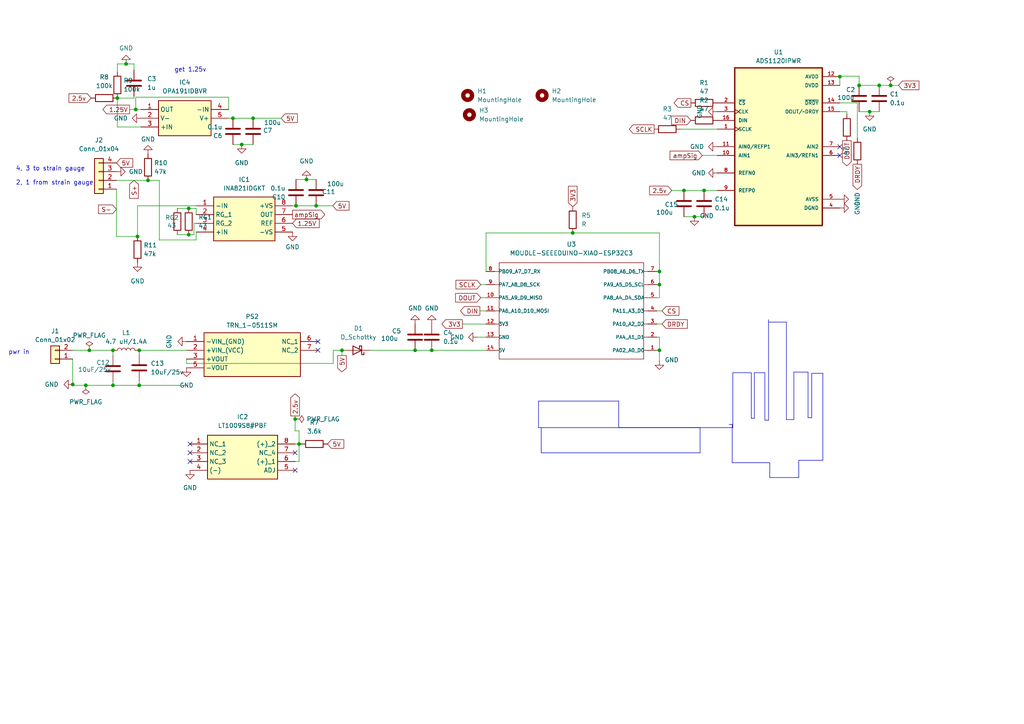
<source format=kicad_sch>
(kicad_sch (version 20230121) (generator eeschema)
  (paper "A4")
  (lib_symbols
    (symbol "Connector_Generic:Conn_01x02" (pin_names (offset 1.016) hide)
      (property "Reference" "J" (at 0 2.54 0))
      (property "Value" "Conn_01x02" (at 0 -5.08 0))
      (symbol "Conn_01x02_1_1"
        (rectangle (start -1.27 -2.413) (end 0 -2.667) (stroke (width 0.1524)))
        (rectangle (start -1.27 0.127) (end 0 -0.127) (stroke (width 0.1524)))
        (rectangle (start -1.27 1.27) (end 1.27 -3.81) (stroke (width 0.254)) (fill (type background)))
        (pin passive line (at -5.08 0 0) (length 3.81) (name "Pin_1") (number "1"))
        (pin passive line (at -5.08 -2.54 0) (length 3.81) (name "Pin_2") (number "2"))
      )
    )
    (symbol "Connector_Generic:Conn_01x04" (pin_names (offset 1.016) hide)
      (property "Reference" "J" (at 0 5.08 0))
      (property "Value" "Conn_01x04" (at 0 -7.62 0))
      (symbol "Conn_01x04_1_1"
        (rectangle (start -1.27 -4.953) (end 0 -5.207) (stroke (width 0.1524)))
        (rectangle (start -1.27 -2.413) (end 0 -2.667) (stroke (width 0.1524)))
        (rectangle (start -1.27 0.127) (end 0 -0.127) (stroke (width 0.1524)))
        (rectangle (start -1.27 2.667) (end 0 2.413) (stroke (width 0.1524)))
        (rectangle (start -1.27 3.81) (end 1.27 -6.35) (stroke (width 0.254)) (fill (type background)))
        (pin passive line (at -5.08 2.54 0) (length 3.81) (name "Pin_1") (number "1"))
        (pin passive line (at -5.08 0 0) (length 3.81) (name "Pin_2") (number "2"))
        (pin passive line (at -5.08 -2.54 0) (length 3.81) (name "Pin_3") (number "3"))
        (pin passive line (at -5.08 -5.08 0) (length 3.81) (name "Pin_4") (number "4"))
      )
    )
    (symbol "Device:C" (pin_numbers hide) (pin_names (offset 0.254))
      (property "Reference" "C" (at 0.635 2.54 0))
      (property "Value" "C" (at 0.635 -2.54 0))
      (symbol "C_0_1"
        (polyline (pts (xy -2.032 -0.762) (xy 2.032 -0.762)) (stroke (width 0.508)))
        (polyline (pts (xy -2.032 0.762) (xy 2.032 0.762)) (stroke (width 0.508)))
      )
      (symbol "C_1_1"
        (pin passive line (at 0 3.81 270) (length 2.794) (name "~") (number "1"))
        (pin passive line (at 0 -3.81 90) (length 2.794) (name "~") (number "2"))
      )
    )
    (symbol "Device:D_Schottky" (pin_numbers hide) (pin_names (offset 1.016) hide)
      (property "Reference" "D" (at 0 2.54 0))
      (property "Value" "D_Schottky" (at 0 -2.54 0))
      (symbol "D_Schottky_0_1"
        (polyline (pts (xy 1.27 0) (xy -1.27 0)))
        (polyline (pts (xy 1.27 1.27) (xy 1.27 -1.27) (xy -1.27 0) (xy 1.27 1.27)) (stroke (width 0.254)))
        (polyline (pts (xy -1.905 0.635) (xy -1.905 1.27) (xy -1.27 1.27) (xy -1.27 -1.27) (xy -0.635 -1.27) (xy -0.635 -0.635)) (stroke (width 0.254)))
      )
      (symbol "D_Schottky_1_1"
        (pin passive line (at -3.81 0 0) (length 2.54) (name "K") (number "1"))
        (pin passive line (at 3.81 0 180) (length 2.54) (name "A") (number "2"))
      )
    )
    (symbol "Device:L" (pin_numbers hide) (pin_names (offset 1.016) hide)
      (property "Reference" "L" (at -1.27 0 90))
      (property "Value" "L" (at 1.905 0 90))
      (symbol "L_0_1"
        (arc (start 0 -2.54) (mid 0.6323 -1.905) (end 0 -1.27))
        (arc (start 0 -1.27) (mid 0.6323 -0.635) (end 0 0))
        (arc (start 0 0) (mid 0.6323 0.635) (end 0 1.27))
        (arc (start 0 1.27) (mid 0.6323 1.905) (end 0 2.54))
      )
      (symbol "L_1_1"
        (pin passive line (at 0 3.81 270) (length 1.27) (name "1") (number "1"))
        (pin passive line (at 0 -3.81 90) (length 1.27) (name "2") (number "2"))
      )
    )
    (symbol "Device:R" (pin_numbers hide) (pin_names (offset 0))
      (property "Reference" "R" (at 2.032 0 90))
      (property "Value" "R" (at 0 0 90))
      (symbol "R_0_1"
        (rectangle (start -1.016 -2.54) (end 1.016 2.54) (stroke (width 0.254)))
      )
      (symbol "R_1_1"
        (pin passive line (at 0 3.81 270) (length 1.27) (name "~") (number "1"))
        (pin passive line (at 0 -3.81 90) (length 1.27) (name "~") (number "2"))
      )
    )
    (symbol "Mechanical:MountingHole" (pin_names (offset 1.016))
      (property "Reference" "H" (at 0 5.08 0))
      (property "Value" "MountingHole" (at 0 3.175 0))
      (symbol "MountingHole_0_1"
        (circle (center 0 0) (radius 1.27) (stroke (width 1.27)))
      )
    )
    (symbol "power:GND" (power) (pin_names (offset 0))
      (property "Value" "GND" (at 0 -3.81 0))
      (symbol "GND_0_1"
        (polyline (pts (xy 0 0) (xy 0 -1.27) (xy 1.27 -1.27) (xy 0 -2.54) (xy -1.27 -1.27) (xy 0 -1.27)))
      )
      (symbol "GND_1_1"
        (pin power_in line (at 0 0 270) (length 0) hide (name "GND") (number "1"))
      )
    )
    (symbol "power:PWR_FLAG" (power) (pin_numbers hide) (pin_names (offset 0) hide)
      (property "Value" "PWR_FLAG" (at 0 3.81 0))
      (symbol "PWR_FLAG_0_0"
        (pin power_out line (at 0 0 90) (length 0) (name "pwr") (number "1"))
      )
      (symbol "PWR_FLAG_0_1"
        (polyline (pts (xy 0 0) (xy 0 1.27) (xy -1.016 1.905) (xy 0 2.54) (xy 1.016 1.905) (xy 0 1.27)))
      )
    )
    (symbol "wireless_strain_gauge_v2:ADS1120IPWR" (pin_names (offset 1.016))
      (property "Reference" "U" (at -12.7 23.86 0))
      (property "Value" "ADS1120IPWR" (at -12.7 -26.86 0))
      (symbol "ADS1120IPWR_0_0"
        (rectangle (start -12.7 -22.86) (end 12.7 22.86) (stroke (width 0.41)) (fill (type background)))
        (pin input clock (at -17.78 5.08 0) (length 5.08) (name "SCLK") (number "1"))
        (pin bidirectional line (at -17.78 -2.54 0) (length 5.08) (name "AIN1") (number "10"))
        (pin bidirectional line (at -17.78 0 0) (length 5.08) (name "AIN0/REFP1") (number "11"))
        (pin power_in line (at 17.78 20.32 180) (length 5.08) (name "AVDD") (number "12"))
        (pin power_in line (at 17.78 17.78 180) (length 5.08) (name "DVDD") (number "13"))
        (pin output line (at 17.78 12.7 180) (length 5.08) (name "~{DRDY}") (number "14"))
        (pin output line (at 17.78 10.16 180) (length 5.08) (name "DOUT/~DRDY") (number "15"))
        (pin input line (at -17.78 7.62 0) (length 5.08) (name "DIN") (number "16"))
        (pin input line (at -17.78 12.7 0) (length 5.08) (name "~{CS}") (number "2"))
        (pin input clock (at -17.78 10.16 0) (length 5.08) (name "CLK") (number "3"))
        (pin power_in line (at 17.78 -17.78 180) (length 5.08) (name "DGND") (number "4"))
        (pin power_in line (at 17.78 -15.24 180) (length 5.08) (name "AVSS") (number "5"))
        (pin bidirectional line (at 17.78 -2.54 180) (length 5.08) (name "AIN3/REFN1") (number "6"))
        (pin bidirectional line (at 17.78 0 180) (length 5.08) (name "AIN2") (number "7"))
        (pin bidirectional line (at -17.78 -7.62 0) (length 5.08) (name "REFN0") (number "8"))
        (pin bidirectional line (at -17.78 -12.7 0) (length 5.08) (name "REFP0") (number "9"))
      )
    )
    (symbol "wireless_strain_gauge_v2:INA821IDGKT"
      (property "Reference" "IC" (at 24.13 7.62 0))
      (property "Value" "INA821IDGKT" (at 24.13 5.08 0))
      (symbol "INA821IDGKT_1_1"
        (rectangle (start 5.08 2.54) (end 22.86 -10.16) (stroke (width 0.254)) (fill (type background)))
        (pin passive line (at 0 0 0) (length 5.08) (name "-IN") (number "1"))
        (pin passive line (at 0 -2.54 0) (length 5.08) (name "RG_1") (number "2"))
        (pin passive line (at 0 -5.08 0) (length 5.08) (name "RG_2") (number "3"))
        (pin passive line (at 0 -7.62 0) (length 5.08) (name "+IN") (number "4"))
        (pin passive line (at 27.94 -7.62 180) (length 5.08) (name "-VS") (number "5"))
        (pin passive line (at 27.94 -5.08 180) (length 5.08) (name "REF") (number "6"))
        (pin passive line (at 27.94 -2.54 180) (length 5.08) (name "OUT") (number "7"))
        (pin passive line (at 27.94 0 180) (length 5.08) (name "+VS") (number "8"))
      )
    )
    (symbol "wireless_strain_gauge_v2:LT1009S8#PBF"
      (property "Reference" "IC" (at 26.67 7.62 0))
      (property "Value" "LT1009S8#PBF" (at 26.67 5.08 0))
      (symbol "LT1009S8#PBF_1_1"
        (rectangle (start 5.08 2.54) (end 25.4 -10.16) (stroke (width 0.254)) (fill (type background)))
        (pin passive line (at 0 0 0) (length 5.08) (name "NC_1") (number "1"))
        (pin passive line (at 0 -2.54 0) (length 5.08) (name "NC_2") (number "2"))
        (pin passive line (at 0 -5.08 0) (length 5.08) (name "NC_3") (number "3"))
        (pin passive line (at 0 -7.62 0) (length 5.08) (name "(-)") (number "4"))
        (pin passive line (at 30.48 -7.62 180) (length 5.08) (name "ADJ") (number "5"))
        (pin passive line (at 30.48 -5.08 180) (length 5.08) (name "(+)_1") (number "6"))
        (pin passive line (at 30.48 -2.54 180) (length 5.08) (name "NC_4") (number "7"))
        (pin passive line (at 30.48 0 180) (length 5.08) (name "(+)_2") (number "8"))
      )
    )
    (symbol "wireless_strain_gauge_v2:MOUDLE-SEEEDUINO-XIAO-ESP32C3" (pin_names (offset 1.016))
      (property "Reference" "U" (at -21.59 15.24 0))
      (property "Value" "MOUDLE-SEEEDUINO-XIAO-ESP32C3" (at -21.59 13.97 0))
      (symbol "MOUDLE-SEEEDUINO-XIAO-ESP32C3_0_0"
        (polyline (pts (xy -21.59 -13.97) (xy -21.59 0)) (stroke (width 0.1524)))
        (polyline (pts (xy -21.59 -11.43) (xy -22.86 -11.43)) (stroke (width 0.1524)))
        (polyline (pts (xy -21.59 -7.62) (xy -22.86 -7.62)) (stroke (width 0.1524)))
        (polyline (pts (xy -21.59 -3.81) (xy -22.86 -3.81)) (stroke (width 0.1524)))
        (polyline (pts (xy -21.59 0) (xy -22.86 0)) (stroke (width 0.1524)))
        (polyline (pts (xy -21.59 0) (xy -21.59 3.81)) (stroke (width 0.1524)))
        (polyline (pts (xy -21.59 3.81) (xy -22.86 3.81)) (stroke (width 0.1524)))
        (polyline (pts (xy -21.59 3.81) (xy -21.59 7.62)) (stroke (width 0.1524)))
        (polyline (pts (xy -21.59 7.62) (xy -22.86 7.62)) (stroke (width 0.1524)))
        (polyline (pts (xy -21.59 7.62) (xy -21.59 11.43)) (stroke (width 0.1524)))
        (polyline (pts (xy -21.59 11.43) (xy -22.86 11.43)) (stroke (width 0.1524)))
        (polyline (pts (xy -21.59 11.43) (xy -21.59 13.97)) (stroke (width 0.1524)))
        (polyline (pts (xy -21.59 13.97) (xy 20.32 13.97)) (stroke (width 0.1524)))
        (polyline (pts (xy 20.32 -13.97) (xy -21.59 -13.97)) (stroke (width 0.1524)))
        (polyline (pts (xy 20.32 3.81) (xy 20.32 -13.97)) (stroke (width 0.1524)))
        (polyline (pts (xy 20.32 7.62) (xy 20.32 3.81)) (stroke (width 0.1524)))
        (polyline (pts (xy 20.32 11.43) (xy 20.32 7.62)) (stroke (width 0.1524)))
        (polyline (pts (xy 20.32 13.97) (xy 20.32 11.43)) (stroke (width 0.1524)))
        (polyline (pts (xy 21.59 -11.43) (xy 20.32 -11.43)) (stroke (width 0.1524)))
        (polyline (pts (xy 21.59 -7.62) (xy 20.32 -7.62)) (stroke (width 0.1524)))
        (polyline (pts (xy 21.59 -3.81) (xy 20.32 -3.81)) (stroke (width 0.1524)))
        (polyline (pts (xy 21.59 0) (xy 20.32 0)) (stroke (width 0.1524)))
        (polyline (pts (xy 21.59 3.81) (xy 20.32 3.81)) (stroke (width 0.1524)))
        (polyline (pts (xy 21.59 7.62) (xy 20.32 7.62)) (stroke (width 0.1524)))
        (polyline (pts (xy 21.59 11.43) (xy 20.32 11.43)) (stroke (width 0.1524)))
        (pin bidirectional line (at -25.4 11.43 0) (length 2.54) (name "PA02_A0_D0") (number "1"))
        (pin bidirectional line (at 24.13 -3.81 180) (length 2.54) (name "PA5_A9_D9_MISO") (number "10"))
        (pin bidirectional line (at 24.13 0 180) (length 2.54) (name "PA6_A10_D10_MOSI") (number "11"))
        (pin bidirectional line (at 24.13 3.81 180) (length 2.54) (name "3V3") (number "12"))
        (pin bidirectional line (at 24.13 7.62 180) (length 2.54) (name "GND") (number "13"))
        (pin bidirectional line (at 24.13 11.43 180) (length 2.54) (name "5V") (number "14"))
        (pin bidirectional line (at -25.4 7.62 0) (length 2.54) (name "PA4_A1_D1") (number "2"))
        (pin bidirectional line (at -25.4 3.81 0) (length 2.54) (name "PA10_A2_D2") (number "3"))
        (pin bidirectional line (at -25.4 0 0) (length 2.54) (name "PA11_A3_D3") (number "4"))
        (pin bidirectional line (at -25.4 -3.81 0) (length 2.54) (name "PA8_A4_D4_SDA") (number "5"))
        (pin bidirectional line (at -25.4 -7.62 0) (length 2.54) (name "PA9_A5_D5_SCL") (number "6"))
        (pin bidirectional line (at -25.4 -11.43 0) (length 2.54) (name "PB08_A6_D6_TX") (number "7"))
        (pin bidirectional line (at 24.13 -11.43 180) (length 2.54) (name "PB09_A7_D7_RX") (number "8"))
        (pin bidirectional line (at 24.13 -7.62 180) (length 2.54) (name "PA7_A8_D8_SCK") (number "9"))
      )
    )
    (symbol "wireless_strain_gauge_v2:OPA191IDBVR"
      (property "Reference" "IC" (at 21.59 7.62 0))
      (property "Value" "OPA191IDBVR" (at 21.59 5.08 0))
      (symbol "OPA191IDBVR_1_1"
        (rectangle (start 5.08 2.54) (end 20.32 -7.62) (stroke (width 0.254)) (fill (type background)))
        (pin passive line (at 0 0 0) (length 5.08) (name "OUT") (number "1"))
        (pin passive line (at 0 -2.54 0) (length 5.08) (name "V-") (number "2"))
        (pin passive line (at 0 -5.08 0) (length 5.08) (name "+IN") (number "3"))
        (pin passive line (at 25.4 0 180) (length 5.08) (name "-IN") (number "4"))
        (pin passive line (at 25.4 -2.54 180) (length 5.08) (name "V+") (number "5"))
      )
    )
    (symbol "wireless_strain_gauge_v2:TRN_1-0511SM"
      (property "Reference" "PS" (at 34.29 7.62 0))
      (property "Value" "TRN_1-0511SM" (at 34.29 5.08 0))
      (symbol "TRN_1-0511SM_1_1"
        (rectangle (start 5.08 2.54) (end 33.02 -10.16) (stroke (width 0.254)) (fill (type background)))
        (pin passive line (at 38.1 0 180) (length 5.08) (name "-VIN_(GND)") (number "1"))
        (pin passive line (at 38.1 -2.54 180) (length 5.08) (name "+VIN_(VCC)") (number "2"))
        (pin passive line (at 38.1 -5.08 180) (length 5.08) (name "+VOUT") (number "3"))
        (pin passive line (at 38.1 -7.62 180) (length 5.08) (name "-VOUT") (number "5"))
        (pin passive line (at 0 0 0) (length 5.08) (name "NC_1") (number "6"))
        (pin passive line (at 0 -2.54 0) (length 5.08) (name "NC_2") (number "7"))
      )
    )
  )
  (junction (at 85.852 59.69))
  (junction (at 125.222 101.6))
  (junction (at 243.586 22.225))
  (junction (at 70.104 41.91))
  (junction (at 32.766 101.6))
  (junction (at 258.318 24.765))
  (junction (at 166.116 67.564))
  (junction (at 54.737 60.452))
  (junction (at 34.036 28.448))
  (junction (at 21.082 111.506))
  (junction (at 88.9 52.07))
  (junction (at 204.216 55.245))
  (junction (at 54.737 68.072))
  (junction (at 99.187 101.6))
  (junction (at 42.926 52.324))
  (junction (at 39.878 68.58))
  (junction (at 191.262 82.55))
  (junction (at 40.386 111.76))
  (junction (at 255.016 24.765))
  (junction (at 85.598 121.539))
  (junction (at 40.386 101.6))
  (junction (at 91.694 59.69))
  (junction (at 39.37 31.75))
  (junction (at 67.564 34.29))
  (junction (at 198.374 55.245))
  (junction (at 36.576 18.542))
  (junction (at 191.262 101.6))
  (junction (at 24.892 111.76))
  (junction (at 120.396 101.6))
  (junction (at 32.766 111.76))
  (junction (at 249.174 24.765))
  (junction (at 201.422 62.865))
  (junction (at 25.908 101.6))
  (junction (at 73.406 34.29))
  (junction (at 191.262 78.74))
  (junction (at 86.741 128.778))
  (junction (at 252.222 32.385))
  (no_connect (at 55.118 128.778))
  (no_connect (at 92.202 101.6))
  (no_connect (at 243.586 45.085))
  (no_connect (at 55.118 133.858))
  (no_connect (at 85.598 131.318))
  (no_connect (at 92.202 99.06))
  (no_connect (at 85.598 136.398))
  (no_connect (at 55.118 131.318))
  (no_connect (at 243.586 42.545))
  (wire (pts (xy 56.896 64.77) (xy 56.261 64.77)))
  (wire (pts (xy 190.5 90.17) (xy 192.024 90.17)))
  (wire (pts (xy 99.187 101.6) (xy 99.822 101.6)))
  (polyline (pts (xy 223.266 138.5062) (xy 223.266 134.2136)))
  (polyline (pts (xy 230.251 107.9246) (xy 234.3658 107.9246)))
  (wire (pts (xy 67.564 41.91) (xy 70.104 41.91)))
  (wire (pts (xy 51.435 68.072) (xy 54.737 68.072)))
  (wire (pts (xy 56.896 60.452) (xy 56.896 62.23)))
  (wire (pts (xy 201.422 62.865) (xy 198.374 62.865)))
  (polyline (pts (xy 231.6734 133.5024) (xy 231.6734 138.5062)))
  (wire (pts (xy 190.5 101.6) (xy 191.262 101.6)))
  (wire (pts (xy 249.174 24.765) (xy 255.016 24.765)))
  (wire (pts (xy 56.261 64.77) (xy 56.261 68.072)))
  (polyline (pts (xy 228.092 93.4212) (xy 228.092 121.6914)))
  (wire (pts (xy 38.862 27.94) (xy 38.862 28.448)))
  (wire (pts (xy 138.43 97.79) (xy 140.97 97.79)))
  (polyline (pts (xy 218.7956 108.1024) (xy 221.8436 108.1024)))
  (wire (pts (xy 24.892 111.76) (xy 32.766 111.76)))
  (wire (pts (xy 197.358 37.465) (xy 208.026 37.465)))
  (wire (pts (xy 249.174 32.385) (xy 252.222 32.385)))
  (wire (pts (xy 46.228 69.596) (xy 56.896 69.596)))
  (wire (pts (xy 34.036 36.83) (xy 40.894 36.83)))
  (wire (pts (xy 33.782 52.324) (xy 42.926 52.324)))
  (wire (pts (xy 40.386 111.76) (xy 54.102 111.76)))
  (wire (pts (xy 88.9 52.07) (xy 91.694 52.07)))
  (wire (pts (xy 73.406 34.29) (xy 81.534 34.29)))
  (wire (pts (xy 191.262 67.564) (xy 166.116 67.564)))
  (wire (pts (xy 86.741 128.778) (xy 87.376 128.778)))
  (wire (pts (xy 70.104 41.91) (xy 73.406 41.91)))
  (wire (pts (xy 245.618 33.147) (xy 245.618 32.385)))
  (wire (pts (xy 139.446 82.55) (xy 140.97 82.55)))
  (wire (pts (xy 255.016 24.765) (xy 258.318 24.765)))
  (wire (pts (xy 39.37 31.75) (xy 40.894 31.75)))
  (wire (pts (xy 190.5 82.55) (xy 191.262 82.55)))
  (wire (pts (xy 96.647 105.41) (xy 54.102 105.41)))
  (wire (pts (xy 66.294 34.29) (xy 67.564 34.29)))
  (wire (pts (xy 32.766 111.76) (xy 40.386 111.76)))
  (wire (pts (xy 34.036 28.448) (xy 38.862 28.448)))
  (wire (pts (xy 249.174 22.098) (xy 249.174 24.765)))
  (wire (pts (xy 86.741 128.778) (xy 86.741 133.858)))
  (wire (pts (xy 120.396 101.6) (xy 125.222 101.6)))
  (wire (pts (xy 34.036 18.542) (xy 36.576 18.542)))
  (wire (pts (xy 39.878 68.58) (xy 39.878 59.69)))
  (polyline (pts (xy 222.9104 93.4212) (xy 228.092 93.4212)))
  (polyline (pts (xy 212.5472 108.1024) (xy 212.5472 124.0282)))
  (wire (pts (xy 40.386 110.49) (xy 40.386 111.76)))
  (wire (pts (xy 40.386 102.87) (xy 40.386 101.6)))
  (wire (pts (xy 54.102 105.41) (xy 54.102 104.14)))
  (wire (pts (xy 190.5 86.36) (xy 191.262 86.36)))
  (wire (pts (xy 67.564 34.29) (xy 73.406 34.29)))
  (wire (pts (xy 84.836 59.69) (xy 85.852 59.69)))
  (polyline (pts (xy 238.6584 108.2802) (xy 238.6584 133.5024)))
  (wire (pts (xy 140.97 78.74) (xy 140.97 67.564)))
  (polyline (pts (xy 234.3658 107.9246) (xy 234.3658 121.158)))
  (wire (pts (xy 99.187 101.6) (xy 96.647 101.6)))
  (wire (pts (xy 245.618 32.385) (xy 243.586 32.385)))
  (wire (pts (xy 140.97 67.564) (xy 166.116 67.564)))
  (wire (pts (xy 34.036 20.828) (xy 34.036 18.542)))
  (wire (pts (xy 91.694 59.69) (xy 96.52 59.69)))
  (wire (pts (xy 139.446 86.36) (xy 140.97 86.36)))
  (polyline (pts (xy 156.972 124.079) (xy 156.972 131.3434)))
  (wire (pts (xy 203.708 45.085) (xy 208.026 45.085)))
  (wire (pts (xy 190.5 97.79) (xy 191.262 97.79)))
  (wire (pts (xy 51.435 60.452) (xy 54.737 60.452)))
  (wire (pts (xy 32.766 101.6) (xy 32.766 103.124)))
  (wire (pts (xy 86.741 124.968) (xy 85.598 124.968)))
  (polyline (pts (xy 217.9066 121.3358) (xy 218.7956 121.3358)))
  (wire (pts (xy 204.216 55.245) (xy 208.026 55.245)))
  (wire (pts (xy 25.908 101.6) (xy 32.766 101.6)))
  (wire (pts (xy 21.082 111.76) (xy 21.082 111.506)))
  (wire (pts (xy 56.896 69.596) (xy 56.896 67.31)))
  (polyline (pts (xy 230.251 121.6914) (xy 230.251 107.9246)))
  (wire (pts (xy 191.262 78.74) (xy 191.262 67.564)))
  (wire (pts (xy 191.262 97.79) (xy 191.262 101.6)))
  (wire (pts (xy 139.192 90.17) (xy 140.97 90.17)))
  (wire (pts (xy 86.741 133.858) (xy 85.598 133.858)))
  (wire (pts (xy 85.852 59.69) (xy 91.694 59.69)))
  (wire (pts (xy 134.112 93.98) (xy 140.97 93.98)))
  (polyline (pts (xy 156.1846 124.0282) (xy 212.5472 124.0282)))
  (polyline (pts (xy 238.6584 133.5024) (xy 231.6734 133.5024)))
  (polyline (pts (xy 234.3658 121.158) (xy 235.4326 121.158)))
  (wire (pts (xy 248.666 29.845) (xy 248.666 40.005)))
  (polyline (pts (xy 231.6734 138.5062) (xy 223.266 138.5062)))
  (wire (pts (xy 252.222 32.385) (xy 255.016 32.385)))
  (wire (pts (xy 243.586 22.098) (xy 243.586 22.225)))
  (polyline (pts (xy 179.451 124.0282) (xy 179.451 116.332)))
  (polyline (pts (xy 156.972 131.3434) (xy 203.0476 131.3434)))
  (wire (pts (xy 85.598 128.778) (xy 86.741 128.778)))
  (wire (pts (xy 34.036 28.448) (xy 34.036 36.83)))
  (polyline (pts (xy 179.451 116.332) (xy 156.1846 116.332)))
  (wire (pts (xy 54.737 60.452) (xy 56.896 60.452)))
  (wire (pts (xy 37.592 31.75) (xy 39.37 31.75)))
  (wire (pts (xy 248.666 29.845) (xy 243.586 29.845)))
  (wire (pts (xy 190.5 78.74) (xy 191.262 78.74)))
  (wire (pts (xy 38.862 18.542) (xy 36.576 18.542)))
  (wire (pts (xy 38.862 20.32) (xy 38.862 18.542)))
  (wire (pts (xy 190.5 93.98) (xy 192.024 93.98)))
  (polyline (pts (xy 221.8436 121.8692) (xy 222.9104 121.8692)))
  (wire (pts (xy 258.318 24.765) (xy 260.604 24.765)))
  (wire (pts (xy 191.262 101.6) (xy 191.262 104.648)))
  (wire (pts (xy 198.374 55.245) (xy 204.216 55.245)))
  (wire (pts (xy 191.262 78.74) (xy 191.262 82.55)))
  (wire (pts (xy 32.766 110.744) (xy 32.766 111.76)))
  (wire (pts (xy 204.216 62.865) (xy 201.422 62.865)))
  (polyline (pts (xy 222.9104 92.71) (xy 222.9104 121.8692)))
  (wire (pts (xy 125.222 101.6) (xy 140.97 101.6)))
  (wire (pts (xy 85.598 124.968) (xy 85.598 121.539)))
  (wire (pts (xy 42.926 52.324) (xy 46.228 52.324)))
  (polyline (pts (xy 203.0476 124.0282) (xy 179.451 124.0282)))
  (wire (pts (xy 86.741 128.778) (xy 86.741 124.968)))
  (polyline (pts (xy 228.092 121.6914) (xy 230.251 121.6914)))
  (wire (pts (xy 33.782 54.864) (xy 33.782 68.58)))
  (polyline (pts (xy 221.8436 108.1024) (xy 221.8436 121.8692)))
  (polyline (pts (xy 156.1846 116.332) (xy 156.1846 124.0282)))
  (wire (pts (xy 107.442 101.6) (xy 120.396 101.6)))
  (polyline (pts (xy 223.266 134.2136) (xy 212.3694 134.2136)))
  (polyline (pts (xy 217.9066 108.1024) (xy 217.9066 121.3358)))
  (wire (pts (xy 243.586 22.225) (xy 243.586 24.765)))
  (wire (pts (xy 46.228 52.324) (xy 46.228 69.596)))
  (wire (pts (xy 21.082 101.6) (xy 25.908 101.6)))
  (wire (pts (xy 99.187 103.124) (xy 99.187 101.6)))
  (wire (pts (xy 21.082 111.506) (xy 21.082 104.14)))
  (polyline (pts (xy 203.0476 131.3434) (xy 203.0476 124.0282)))
  (polyline (pts (xy 235.4326 121.158) (xy 235.4326 108.2802)))
  (wire (pts (xy 39.37 28.194) (xy 66.294 28.194)))
  (wire (pts (xy 194.818 55.245) (xy 198.374 55.245)))
  (wire (pts (xy 66.294 28.194) (xy 66.294 31.75)))
  (polyline (pts (xy 218.7956 121.3358) (xy 218.7956 108.1024)))
  (wire (pts (xy 39.878 59.69) (xy 56.896 59.69)))
  (polyline (pts (xy 212.3694 134.2136) (xy 212.3694 123.1138)))
  (polyline (pts (xy 211.455 123.1138) (xy 212.3694 123.1138)))
  (wire (pts (xy 33.782 68.58) (xy 39.878 68.58)))
  (polyline (pts (xy 212.5472 108.1024) (xy 217.9066 108.1024)))
  (wire (pts (xy 191.262 82.55) (xy 191.262 86.36)))
  (wire (pts (xy 40.386 101.6) (xy 54.102 101.6)))
  (wire (pts (xy 85.852 52.07) (xy 88.9 52.07)))
  (polyline (pts (xy 235.4326 108.2802) (xy 238.6584 108.2802)))
  (wire (pts (xy 243.586 22.098) (xy 249.174 22.098)))
  (wire (pts (xy 39.37 31.75) (xy 39.37 28.194)))
  (wire (pts (xy 85.598 121.539) (xy 85.598 120.65)))
  (wire (pts (xy 21.082 111.76) (xy 24.892 111.76)))
  (wire (pts (xy 56.261 68.072) (xy 54.737 68.072)))
  (wire (pts (xy 96.647 101.6) (xy 96.647 105.41)))
  (text "get 1.25v" (at 50.546 21.082 0) (effects (font (size 1.27 1.27)) (justify left bottom)))
  (text "pwr in" (at 2.413 102.997 0) (effects (font (size 1.27 1.27)) (justify left bottom)))
  (text "4, 3 to strain gauge\n\n2, 1 from strain gauge" (at 4.572 53.848 0) (effects (font (size 1.27 1.27)) (justify left bottom)))
  (global_label "1.25V" (shape input) (at 84.836 64.77 0) (property "Intersheetrefs" "${INTERSHEET_REFS}" (at 93.1431 64.77 0) (effects (justify left))))
  (global_label "2.5v" (shape input) (at 194.818 55.245 180) (property "Intersheetrefs" "${INTERSHEET_REFS}" (at 187.8414 55.245 0) (effects (justify right))))
  (global_label "5V" (shape output) (at 99.187 103.124 270) (property "Intersheetrefs" "${INTERSHEET_REFS}" (at 99.187 108.4073 90) (effects (justify right))))
  (global_label "ampSig" (shape input) (at 203.708 45.085 180) (property "Intersheetrefs" "${INTERSHEET_REFS}" (at 193.7682 45.085 0) (effects (justify right))))
  (global_label "SCLK" (shape input) (at 139.446 82.55 180) (property "Intersheetrefs" "${INTERSHEET_REFS}" (at 131.6832 82.55 0) (effects (justify right))))
  (global_label "CS" (shape output) (at 200.406 29.845 180) (property "Intersheetrefs" "${INTERSHEET_REFS}" (at 194.9413 29.845 0) (effects (justify right))))
  (global_label "CS" (shape input) (at 192.024 90.17 0) (property "Intersheetrefs" "${INTERSHEET_REFS}" (at 197.4887 90.17 0) (effects (justify left))))
  (global_label "DIN" (shape input) (at 200.406 34.925 180) (property "Intersheetrefs" "${INTERSHEET_REFS}" (at 194.2155 34.925 0) (effects (justify right))))
  (global_label "S+" (shape input) (at 38.862 52.324 270) (property "Intersheetrefs" "${INTERSHEET_REFS}" (at 38.862 58.0911 90) (effects (justify right))))
  (global_label "5V" (shape input) (at 81.534 34.29 0) (property "Intersheetrefs" "${INTERSHEET_REFS}" (at 86.8173 34.29 0) (effects (justify left))))
  (global_label "DOUT" (shape input) (at 139.446 86.36 180) (property "Intersheetrefs" "${INTERSHEET_REFS}" (at 131.5622 86.36 0) (effects (justify right))))
  (global_label "5V" (shape input) (at 33.782 47.244 0) (property "Intersheetrefs" "${INTERSHEET_REFS}" (at 39.0653 47.244 0) (effects (justify left))))
  (global_label "1.25V" (shape output) (at 37.592 31.75 180) (property "Intersheetrefs" "${INTERSHEET_REFS}" (at 29.2849 31.75 0) (effects (justify right))))
  (global_label "DRDY" (shape output) (at 248.666 47.625 270) (property "Intersheetrefs" "${INTERSHEET_REFS}" (at 248.666 55.5088 90) (effects (justify right))))
  (global_label "3V3" (shape input) (at 166.116 59.944 90) (property "Intersheetrefs" "${INTERSHEET_REFS}" (at 166.116 53.4512 90) (effects (justify left))))
  (global_label "DIN" (shape output) (at 139.192 90.17 180) (property "Intersheetrefs" "${INTERSHEET_REFS}" (at 133.0015 90.17 0) (effects (justify right))))
  (global_label "5V" (shape input) (at 94.996 128.778 0) (property "Intersheetrefs" "${INTERSHEET_REFS}" (at 100.2793 128.778 0) (effects (justify left))))
  (global_label "3V3" (shape input) (at 260.604 24.765 0) (property "Intersheetrefs" "${INTERSHEET_REFS}" (at 267.0968 24.765 0) (effects (justify left))))
  (global_label "ampSig" (shape output) (at 84.836 62.23 0) (property "Intersheetrefs" "${INTERSHEET_REFS}" (at 94.7758 62.23 0) (effects (justify left))))
  (global_label "DRDY" (shape input) (at 192.024 93.98 0) (property "Intersheetrefs" "${INTERSHEET_REFS}" (at 199.9078 93.98 0) (effects (justify left))))
  (global_label "2.5v" (shape input) (at 26.416 28.448 180) (property "Intersheetrefs" "${INTERSHEET_REFS}" (at 19.4394 28.448 0) (effects (justify right))))
  (global_label "SCLK" (shape output) (at 189.738 37.465 180) (property "Intersheetrefs" "${INTERSHEET_REFS}" (at 181.9752 37.465 0) (effects (justify right))))
  (global_label "2.5v" (shape output) (at 85.598 120.65 90) (property "Intersheetrefs" "${INTERSHEET_REFS}" (at 85.598 113.6734 90) (effects (justify left))))
  (global_label "S-" (shape input) (at 33.782 60.706 180) (property "Intersheetrefs" "${INTERSHEET_REFS}" (at 28.0149 60.706 0) (effects (justify right))))
  (global_label "5V" (shape input) (at 96.52 59.69 0) (property "Intersheetrefs" "${INTERSHEET_REFS}" (at 101.8033 59.69 0) (effects (justify left))))
  (global_label "DOUT" (shape output) (at 245.618 40.767 270) (property "Intersheetrefs" "${INTERSHEET_REFS}" (at 245.618 48.6508 90) (effects (justify right))))
  (global_label "3V3" (shape output) (at 134.112 93.98 180) (property "Intersheetrefs" "${INTERSHEET_REFS}" (at 127.6192 93.98 0) (effects (justify right))))
  (symbol (lib_id "power:GND") (at 252.222 32.385 0) (unit 1)
    (property "Reference" "#PWR06" (effects hide))
    (property "Value" "GND" (at 252.222 37.465 0))
  )
  (symbol (lib_id "power:GND") (at 138.43 97.79 270) (unit 1)
    (property "Reference" "#PWR0102" (effects hide))
    (property "Value" "GND" (at 134.62 97.79 90) (effects (justify right)))
  )
  (symbol (lib_id "power:PWR_FLAG") (at 85.598 121.539 270) (unit 1)
    (property "Reference" "#FLG03" (effects hide))
    (property "Value" "PWR_FLAG" (at 88.9 121.539 90) (effects (justify left)))
  )
  (symbol (lib_id "power:PWR_FLAG") (at 25.908 101.6 0) (unit 1)
    (property "Reference" "#FLG01" (effects hide))
    (property "Value" "PWR_FLAG" (at 25.908 97.282 0))
  )
  (symbol (lib_id "Device:C") (at 249.174 28.575 0) (unit 1)
    (property "Reference" "C2" (at 245.364 26.035 0) (effects (justify left)))
    (property "Value" "100u" (at 242.824 28.321 0) (effects (justify left)))
    (property "Footprint" "Capacitor_SMD:C_1206_3216Metric" (effects hide))
  )
  (symbol (lib_id "Device:L") (at 36.576 101.6 90) (unit 1)
    (property "Reference" "L1" (at 36.576 96.52 90))
    (property "Value" "4.7 uH/1.4A" (at 36.576 99.06 90))
    (property "Footprint" "Inductor_SMD:L_1008_2520Metric" (effects hide))
    (property "part number" "CIGW252010EH4R7MNE" (effects hide))
  )
  (symbol (lib_id "Device:C") (at 73.406 38.1 180) (unit 1)
    (property "Reference" "C7" (at 78.994 37.846 0) (effects (justify left)))
    (property "Value" "100u" (at 81.534 35.56 0) (effects (justify left)))
    (property "Footprint" "Capacitor_SMD:C_1206_3216Metric" (effects hide))
  )
  (symbol (lib_id "Device:C") (at 38.862 24.13 0) (unit 1)
    (property "Reference" "C3" (at 42.672 22.86 0) (effects (justify left)))
    (property "Value" "1u" (at 42.672 25.4 0) (effects (justify left)))
    (property "Footprint" "Capacitor_SMD:C_0603_1608Metric" (effects hide))
  )
  (symbol (lib_id "Device:R") (at 204.216 34.925 90) (unit 1)
    (property "Reference" "R2" (at 204.216 29.083 90))
    (property "Value" "47" (at 204.216 31.623 90))
    (property "Footprint" "Resistor_SMD:R_0603_1608Metric" (effects hide))
  )
  (symbol (lib_id "Device:D_Schottky") (at 103.632 101.6 180) (unit 1)
    (property "Reference" "D1" (at 103.9495 95.25 0))
    (property "Value" "D_Schottky" (at 103.9495 97.79 0))
    (property "Footprint" "wireless_strain_gauge_v2:SOT-23-3_1P4X3P040_ONS" (effects hide))
  )
  (symbol (lib_id "wireless_strain_gauge_v2:ADS1120IPWR") (at 225.806 42.545 0) (unit 1)
    (property "Reference" "U1" (at 225.806 15.113 0))
    (property "Value" "ADS1120IPWR" (at 225.806 17.653 0))
    (property "Footprint" "wireless_strain_gauge_v2:SOP65P640X120-16N" (effects hide))
    (property "Description" "\n16-bit, 2-kSPS, 4-ch, low-power, small-size delta-sigma ADC with PGA, VREF, 2x IDACs & SPI interface\n" (effects hide))
  )
  (symbol (lib_id "Mechanical:MountingHole") (at 136.144 33.274 0) (unit 1)
    (property "Reference" "H3" (at 138.938 32.004 0) (effects (justify left)))
    (property "Value" "MountingHole" (at 138.938 34.544 0) (effects (justify left)))
    (property "Footprint" "MountingHole:MountingHole_2.2mm_M2_Pad" (effects hide))
  )
  (symbol (lib_id "Device:R") (at 245.618 36.957 0) (unit 1)
    (property "Reference" "R4" (effects hide))
    (property "Value" "47" (effects hide))
    (property "Footprint" "Resistor_SMD:R_0603_1608Metric" (effects hide))
  )
  (symbol (lib_id "Connector_Generic:Conn_01x04") (at 28.702 52.324 180) (unit 1)
    (property "Reference" "J2" (at 28.702 40.64 0))
    (property "Value" "Conn_01x04" (at 28.702 43.18 0))
    (property "Footprint" "peripheralio:SMD_picoblade_hori_1x04" (effects hide))
  )
  (symbol (lib_id "Device:R") (at 42.926 48.514 180) (unit 1)
    (property "Reference" "R10" (at 44.704 47.244 0) (effects (justify right)))
    (property "Value" "47k" (at 44.704 49.784 0) (effects (justify right)))
    (property "Footprint" "Resistor_SMD:R_0603_1608Metric" (effects hide))
  )
  (symbol (lib_id "power:GND") (at 120.396 93.98 180) (unit 1)
    (property "Reference" "#PWR015" (effects hide))
    (property "Value" "GND" (at 120.396 89.408 0))
  )
  (symbol (lib_id "Device:R") (at 34.036 24.638 180) (unit 1)
    (property "Reference" "R9" (at 35.814 23.368 0) (effects (justify right)))
    (property "Value" "100k" (at 35.814 25.908 0) (effects (justify right)))
    (property "Footprint" "Resistor_SMD:R_0603_1608Metric" (effects hide))
  )
  (symbol (lib_id "Device:R") (at 204.216 29.845 90) (unit 1)
    (property "Reference" "R1" (at 204.216 24.003 90))
    (property "Value" "47" (at 204.216 26.543 90))
    (property "Footprint" "Resistor_SMD:R_0603_1608Metric" (effects hide))
  )
  (symbol (lib_id "Device:R") (at 193.548 37.465 90) (unit 1)
    (property "Reference" "R3" (at 193.548 31.623 90))
    (property "Value" "47" (at 193.548 34.163 90))
    (property "Footprint" "Resistor_SMD:R_0603_1608Metric" (effects hide))
  )
  (symbol (lib_id "Device:R") (at 51.435 64.262 0) (unit 1)
    (property "Reference" "RG2" (at 47.879 63.119 0) (effects (justify left)))
    (property "Value" "43" (at 48.514 65.405 0) (effects (justify left)))
    (property "Footprint" "Resistor_SMD:R_0603_1608Metric" (effects hide))
    (property "Equation" "G = 1 + 49.4 kΩ / RG " (effects hide))
  )
  (symbol (lib_id "power:GND") (at 208.026 42.545 270) (unit 1)
    (property "Reference" "#PWR014" (effects hide))
    (property "Value" "GND" (at 204.216 42.545 90) (effects (justify right)))
  )
  (symbol (lib_id "Device:C") (at 204.216 59.055 180) (unit 1)
    (property "Reference" "C14" (at 207.264 57.785 0) (effects (justify right)))
    (property "Value" "0.1u" (at 207.264 60.325 0) (effects (justify right)))
    (property "Footprint" "Capacitor_SMD:C_0603_1608Metric" (effects hide))
  )
  (symbol (lib_id "power:GND") (at 21.082 111.506 270) (unit 1)
    (property "Reference" "#PWR05" (effects hide))
    (property "Value" "GND" (at 17.018 111.506 90) (effects (justify right)))
  )
  (symbol (lib_id "Connector_Generic:Conn_01x02") (at 16.002 104.14 180) (unit 1)
    (property "Reference" "J1" (at 16.002 96.012 0))
    (property "Value" "Conn_01x02" (at 16.002 98.552 0))
    (property "Footprint" "peripheralio:SMD_picoblade_hori_1x02" (effects hide))
  )
  (symbol (lib_id "Device:C") (at 40.386 106.68 180) (unit 1)
    (property "Reference" "C13" (at 43.688 105.41 0) (effects (justify right)))
    (property "Value" "10uF/25v" (at 43.688 107.95 0) (effects (justify right)))
    (property "Footprint" "Capacitor_SMD:C_1206_3216Metric" (effects hide))
  )
  (symbol (lib_id "power:GND") (at 243.586 60.325 90) (unit 1)
    (property "Reference" "#PWR08" (effects hide))
    (property "Value" "GND" (at 248.666 60.325 0))
  )
  (symbol (lib_id "power:PWR_FLAG") (at 258.318 24.765 0) (unit 1)
    (property "Reference" "#FLG04" (effects hide))
    (property "Value" "PWR_FLAG" (effects hide))
  )
  (symbol (lib_id "Mechanical:MountingHole") (at 135.636 27.686 0) (unit 1)
    (property "Reference" "H1" (at 138.43 26.416 0) (effects (justify left)))
    (property "Value" "MountingHole" (at 138.43 28.956 0) (effects (justify left)))
    (property "Footprint" "MountingHole:MountingHole_2.2mm_M2_Pad" (effects hide))
  )
  (symbol (lib_id "Device:C") (at 198.374 59.055 0) (unit 1)
    (property "Reference" "C15" (at 192.786 59.309 0) (effects (justify left)))
    (property "Value" "100u" (at 190.246 61.595 0) (effects (justify left)))
    (property "Footprint" "Capacitor_SMD:C_1206_3216Metric" (effects hide))
  )
  (symbol (lib_id "power:GND") (at 191.262 104.648 0) (unit 1)
    (property "Reference" "#PWR0109" (effects hide))
    (property "Value" "GND" (at 194.818 104.394 0))
  )
  (symbol (lib_id "wireless_strain_gauge_v2:OPA191IDBVR") (at 40.894 31.75 0) (unit 1)
    (property "Reference" "IC4" (at 53.594 23.876 0))
    (property "Value" "OPA191IDBVR" (at 53.594 26.416 0))
    (property "Footprint" "wireless_strain_gauge_v2:SOT95P280X145-5N" (effects hide))
    (property "Height" "1.45" (effects hide))
    (property "Mouser Part Number" "595-OPA191IDBVR" (effects hide))
    (property "Mouser Price/Stock" "https://www.mouser.co.uk/ProductDetail/Texas-Instruments/OPA191IDBVR?qs=f4l5qYp%2Fy%252B4UGreyV%252Beruw%3D%3D" (effects hide))
    (property "Manufacturer_Name" "Texas Instruments" (effects hide))
    (property "Manufacturer_Part_Number" "OPA191IDBVR" (effects hide))
  )
  (symbol (lib_id "power:GND") (at 40.894 34.29 270) (unit 1)
    (property "Reference" "#PWR019" (effects hide))
    (property "Value" "GND" (at 37.084 34.29 90) (effects (justify right)))
  )
  (symbol (lib_id "power:GND") (at 125.222 93.98 180) (unit 1)
    (property "Reference" "#PWR018" (effects hide))
    (property "Value" "GND" (at 125.222 89.408 0))
  )
  (symbol (lib_id "Device:C") (at 255.016 28.575 180) (unit 1)
    (property "Reference" "C1" (at 258.064 27.305 0) (effects (justify right)))
    (property "Value" "0.1u" (at 258.064 29.845 0) (effects (justify right)))
    (property "Footprint" "Capacitor_SMD:C_0603_1608Metric" (effects hide))
  )
  (symbol (lib_id "Device:R") (at 248.666 43.815 180) (unit 1)
    (property "Reference" "R6" (effects hide))
    (property "Value" "47" (at 245.364 43.815 90))
    (property "Footprint" "Resistor_SMD:R_0603_1608Metric" (effects hide))
  )
  (symbol (lib_id "power:GND") (at 42.926 44.704 180) (unit 1)
    (property "Reference" "#PWR01" (effects hide))
    (property "Value" "GND" (at 42.926 40.386 0))
  )
  (symbol (lib_id "wireless_strain_gauge_v2:INA821IDGKT") (at 56.896 59.69 0) (unit 1)
    (property "Reference" "IC1" (at 70.866 52.07 0))
    (property "Value" "INA821IDGKT" (at 70.866 54.61 0))
    (property "Footprint" "wireless_strain_gauge_v2:SOP65P490X110-8N" (effects hide))
    (property "Datasheet" "http://www.ti.com/lit/ds/symlink/ina821.pdf" (effects hide))
    (property "Height" "1.75" (effects hide))
    (property "Mouser Part Number" "595-INA821ID" (effects hide))
    (property "Mouser Price/Stock" "https://www.mouser.co.uk/ProductDetail/Texas-Instruments/INA821ID?qs=LDGDZb5k%2F%252B%252BuXWq1hdAlSA%3D%3D" (effects hide))
    (property "Manufacturer_Name" "Texas Instruments" (effects hide))
    (property "Manufacturer_Part_Number" "INA821ID" (effects hide))
  )
  (symbol (lib_id "power:PWR_FLAG") (at 24.892 111.76 180) (unit 1)
    (property "Reference" "#FLG02" (effects hide))
    (property "Value" "PWR_FLAG" (at 24.892 116.586 0))
  )
  (symbol (lib_id "Device:C") (at 120.396 97.79 0) (unit 1)
    (property "Reference" "C5" (at 113.665 96.012 0) (effects (justify left)))
    (property "Value" "100u" (at 110.49 98.171 0) (effects (justify left)))
    (property "Footprint" "Capacitor_SMD:C_1206_3216Metric" (effects hide))
  )
  (symbol (lib_id "Device:R") (at 39.878 72.39 180) (unit 1)
    (property "Reference" "R11" (at 41.656 71.12 0) (effects (justify right)))
    (property "Value" "47k" (at 41.656 73.66 0) (effects (justify right)))
    (property "Footprint" "Resistor_SMD:R_0603_1608Metric" (effects hide))
  )
  (symbol (lib_id "power:GND") (at 70.104 41.91 0) (unit 1)
    (property "Reference" "#PWR03" (effects hide))
    (property "Value" "GND" (at 70.104 47.244 0))
  )
  (symbol (lib_id "Device:R") (at 30.226 28.448 90) (unit 1)
    (property "Reference" "R8" (at 30.226 22.352 90))
    (property "Value" "100k" (at 30.226 24.892 90))
    (property "Footprint" "Resistor_SMD:R_0603_1608Metric" (effects hide))
  )
  (symbol (lib_id "power:GND") (at 55.118 136.398 0) (unit 1)
    (property "Reference" "#PWR010" (effects hide))
    (property "Value" "GND" (at 55.118 141.478 0))
  )
  (symbol (lib_id "power:GND") (at 208.026 32.385 270) (unit 1)
    (property "Reference" "#PWR09" (effects hide))
    (property "Value" "GND" (at 202.946 32.385 0))
  )
  (symbol (lib_id "power:GND") (at 84.836 67.31 0) (unit 1)
    (property "Reference" "#PWR017" (effects hide))
    (property "Value" "GND" (at 84.836 71.628 0))
  )
  (symbol (lib_id "power:GND") (at 201.422 62.865 0) (unit 1)
    (property "Reference" "#PWR011" (effects hide))
    (property "Value" "GND" (at 204.978 62.611 0))
  )
  (symbol (lib_id "power:GND") (at 39.878 76.2 0) (unit 1)
    (property "Reference" "#PWR02" (effects hide))
    (property "Value" "GND" (at 39.878 81.534 0))
  )
  (symbol (lib_id "Device:C") (at 91.694 55.88 180) (unit 1)
    (property "Reference" "C11" (at 97.282 55.626 0) (effects (justify left)))
    (property "Value" "100u" (at 99.822 53.34 0) (effects (justify left)))
    (property "Footprint" "Capacitor_SMD:C_1206_3216Metric" (effects hide))
  )
  (symbol (lib_id "Device:C") (at 125.222 97.79 180) (unit 1)
    (property "Reference" "C4" (at 128.524 96.52 0) (effects (justify right)))
    (property "Value" "0.1u" (at 128.524 99.06 0) (effects (justify right)))
    (property "Footprint" "Capacitor_SMD:C_0603_1608Metric" (effects hide))
  )
  (symbol (lib_id "Device:R") (at 54.737 64.262 0) (unit 1)
    (property "Reference" "RG1" (at 57.531 62.992 0) (effects (justify left)))
    (property "Value" "43" (at 57.531 65.532 0) (effects (justify left)))
    (property "Footprint" "Resistor_SMD:R_0603_1608Metric" (effects hide))
    (property "Equation" "G = 1 + 49.4 kΩ / RG " (effects hide))
  )
  (symbol (lib_id "power:GND") (at 54.102 99.06 270) (unit 1)
    (property "Reference" "#PWR07" (effects hide))
    (property "Value" "GND" (at 49.022 99.06 0))
  )
  (symbol (lib_id "power:GND") (at 243.586 57.785 90) (unit 1)
    (property "Reference" "#PWR013" (effects hide))
    (property "Value" "GND" (at 248.666 57.785 0))
  )
  (symbol (lib_id "Device:R") (at 91.186 128.778 90) (unit 1)
    (property "Reference" "R7" (at 91.186 122.555 90))
    (property "Value" "3.6k" (at 91.186 125.095 90))
    (property "Footprint" "Resistor_SMD:R_0805_2012Metric" (effects hide))
  )
  (symbol (lib_id "Mechanical:MountingHole") (at 157.226 27.686 0) (unit 1)
    (property "Reference" "H2" (at 160.02 26.416 0) (effects (justify left)))
    (property "Value" "MountingHole" (at 160.02 28.956 0) (effects (justify left)))
    (property "Footprint" "MountingHole:MountingHole_2.2mm_M2_Pad" (effects hide))
  )
  (symbol (lib_id "Device:C") (at 85.852 55.88 0) (unit 1)
    (property "Reference" "C10" (at 82.804 57.15 0) (effects (justify right)))
    (property "Value" "0.1u" (at 82.804 54.61 0) (effects (justify right)))
    (property "Footprint" "Capacitor_SMD:C_0603_1608Metric" (effects hide))
  )
  (symbol (lib_id "power:GND") (at 33.782 49.784 90) (unit 1)
    (property "Reference" "#PWR021" (effects hide))
    (property "Value" "GND" (at 37.338 49.784 90) (effects (justify right)))
  )
  (symbol (lib_id "Device:C") (at 32.766 106.934 0) (unit 1)
    (property "Reference" "C12" (at 27.94 105.156 0) (effects (justify left)))
    (property "Value" "10uF/25v" (at 22.606 107.188 0) (effects (justify left)))
    (property "Footprint" "Capacitor_SMD:C_1206_3216Metric" (effects hide))
  )
  (symbol (lib_id "power:GND") (at 208.026 50.165 270) (unit 1)
    (property "Reference" "#PWR016" (effects hide))
    (property "Value" "GND" (at 204.724 50.165 90) (effects (justify right)))
  )
  (symbol (lib_id "power:GND") (at 88.9 52.07 180) (unit 1)
    (property "Reference" "#PWR04" (effects hide))
    (property "Value" "GND" (at 88.9 46.736 0))
  )
  (symbol (lib_id "power:GND") (at 36.576 18.542 180) (unit 1)
    (property "Reference" "#PWR020" (effects hide))
    (property "Value" "GND" (at 36.576 13.97 0))
  )
  (symbol (lib_id "Device:C") (at 67.564 38.1 0) (unit 1)
    (property "Reference" "C6" (at 64.516 39.37 0) (effects (justify right)))
    (property "Value" "0.1u" (at 64.516 36.83 0) (effects (justify right)))
    (property "Footprint" "Capacitor_SMD:C_0603_1608Metric" (effects hide))
  )
  (symbol (lib_id "wireless_strain_gauge_v2:LT1009S8#PBF") (at 55.118 128.778 0) (unit 1)
    (property "Reference" "IC2" (at 70.358 120.904 0))
    (property "Value" "LT1009S8#PBF" (at 70.358 123.444 0))
    (property "Footprint" "wireless_strain_gauge_v2:SOIC127P599X175-8N" (effects hide))
    (property "Datasheet" "https://www.analog.com/media/en/technical-documentation/data-sheets/LT1009.pdf" (effects hide))
    (property "Height" "1.752" (effects hide))
    (property "Mouser Part Number" "584-LT1009S8#PBF" (effects hide))
    (property "Mouser Price/Stock" "https://www.mouser.co.uk/ProductDetail/Analog-Devices/LT1009S8PBF?qs=ytflclh7QUXXKXv1dBPMOg%3D%3D" (effects hide))
    (property "Manufacturer_Name" "Analog Devices" (effects hide))
    (property "Manufacturer_Part_Number" "LT1009S8#PBF" (effects hide))
  )
  (symbol (lib_id "Device:R") (at 166.116 63.754 0) (unit 1)
    (property "Reference" "R5" (at 168.656 62.484 0) (effects (justify left)))
    (property "Value" "R" (at 168.656 65.024 0) (effects (justify left)))
    (property "Footprint" "Resistor_SMD:R_0603_1608Metric" (effects hide))
  )
  (symbol (lib_id "wireless_strain_gauge_v2:TRN_1-0511SM") (at 92.202 99.06 0) (mirror y) (unit 1)
    (property "Reference" "PS2" (at 73.152 91.821 0))
    (property "Value" "TRN_1-0511SM" (at 73.152 94.361 0))
    (property "Footprint" "wireless_strain_gauge_v2:TRN11211SM" (effects hide))
    (property "Datasheet" "https://tracopower.com/trn1sm-datasheet/" (effects hide))
    (property "Height" "8.5" (effects hide))
    (property "Mouser Part Number" "495-TRN1-0511SM" (effects hide))
    (property "Mouser Price/Stock" "https://www.mouser.co.uk/ProductDetail/TRACO-Power/TRN-1-0511SM?qs=YCa%2FAAYMW02tLAJ%2Fyk6kmA%3D%3D" (effects hide))
    (property "Manufacturer_Name" "Traco Power" (effects hide))
    (property "Manufacturer_Part_Number" "TRN 1-0511SM" (effects hide))
  )
  (symbol (lib_id "wireless_strain_gauge_v2:MOUDLE-SEEEDUINO-XIAO-ESP32C3") (at 165.1 90.17 180) (unit 1)
    (property "Reference" "U3" (at 165.735 70.866 0))
    (property "Value" "MOUDLE-SEEEDUINO-XIAO-ESP32C3" (at 165.735 73.406 0))
    (property "Footprint" "wireless_strain_gauge_v2:MODULE_102010388" (effects hide))
  )
  (symbol (lib_id "power:GND") (at 54.102 106.68 0) (unit 1)
    (property "Reference" "#PWR012" (effects hide))
    (property "Value" "GND" (at 54.102 111.76 0))
  )
)
</source>
